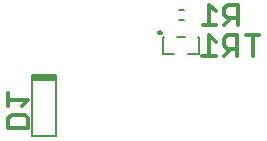
<source format=gbo>
G75*
%MOIN*%
%OFA0B0*%
%FSLAX25Y25*%
%IPPOS*%
%LPD*%
%AMOC8*
5,1,8,0,0,1.08239X$1,22.5*
%
%ADD10C,0.00787*%
%ADD11R,0.00787X0.00787*%
%ADD12C,0.01200*%
D10*
X0083068Y0103224D02*
X0090942Y0103224D01*
X0090942Y0122516D01*
X0090942Y0122325D02*
X0083068Y0122325D01*
X0083068Y0122516D02*
X0083068Y0103224D01*
X0083068Y0122122D02*
X0090942Y0122122D01*
X0090942Y0123697D01*
X0083068Y0123697D01*
X0083068Y0122122D01*
X0083068Y0123111D02*
X0090942Y0123111D01*
X0126768Y0130783D02*
X0130115Y0130783D01*
X0126768Y0130783D02*
X0126768Y0136295D01*
X0126965Y0136295D01*
X0124996Y0137870D02*
X0124998Y0137918D01*
X0125004Y0137966D01*
X0125014Y0138013D01*
X0125027Y0138059D01*
X0125045Y0138104D01*
X0125065Y0138148D01*
X0125090Y0138190D01*
X0125118Y0138229D01*
X0125148Y0138266D01*
X0125182Y0138300D01*
X0125219Y0138332D01*
X0125257Y0138361D01*
X0125298Y0138386D01*
X0125341Y0138408D01*
X0125386Y0138426D01*
X0125432Y0138440D01*
X0125479Y0138451D01*
X0125527Y0138458D01*
X0125575Y0138461D01*
X0125623Y0138460D01*
X0125671Y0138455D01*
X0125719Y0138446D01*
X0125765Y0138434D01*
X0125810Y0138417D01*
X0125854Y0138397D01*
X0125896Y0138374D01*
X0125936Y0138347D01*
X0125974Y0138317D01*
X0126009Y0138284D01*
X0126041Y0138248D01*
X0126071Y0138210D01*
X0126097Y0138169D01*
X0126119Y0138126D01*
X0126139Y0138082D01*
X0126154Y0138037D01*
X0126166Y0137990D01*
X0126174Y0137942D01*
X0126178Y0137894D01*
X0126178Y0137846D01*
X0126174Y0137798D01*
X0126166Y0137750D01*
X0126154Y0137703D01*
X0126139Y0137658D01*
X0126119Y0137614D01*
X0126097Y0137571D01*
X0126071Y0137530D01*
X0126041Y0137492D01*
X0126009Y0137456D01*
X0125974Y0137423D01*
X0125936Y0137393D01*
X0125896Y0137366D01*
X0125854Y0137343D01*
X0125810Y0137323D01*
X0125765Y0137306D01*
X0125719Y0137294D01*
X0125671Y0137285D01*
X0125623Y0137280D01*
X0125575Y0137279D01*
X0125527Y0137282D01*
X0125479Y0137289D01*
X0125432Y0137300D01*
X0125386Y0137314D01*
X0125341Y0137332D01*
X0125298Y0137354D01*
X0125257Y0137379D01*
X0125219Y0137408D01*
X0125182Y0137440D01*
X0125148Y0137474D01*
X0125118Y0137511D01*
X0125090Y0137550D01*
X0125065Y0137592D01*
X0125045Y0137636D01*
X0125027Y0137681D01*
X0125014Y0137727D01*
X0125004Y0137774D01*
X0124998Y0137822D01*
X0124996Y0137870D01*
X0131296Y0136295D02*
X0134052Y0136295D01*
X0138383Y0136295D02*
X0138579Y0136295D01*
X0138579Y0130783D01*
X0134839Y0130783D01*
X0133461Y0142201D02*
X0131886Y0142201D01*
X0131886Y0145350D02*
X0133461Y0145350D01*
D11*
X0125587Y0137870D03*
D12*
X0139825Y0140439D02*
X0144279Y0140439D01*
X0142052Y0140439D02*
X0142052Y0147118D01*
X0144279Y0144892D01*
X0147076Y0146005D02*
X0147076Y0143778D01*
X0148189Y0142665D01*
X0151529Y0142665D01*
X0151529Y0140439D02*
X0151529Y0147118D01*
X0148189Y0147118D01*
X0147076Y0146005D01*
X0149302Y0142665D02*
X0147076Y0140439D01*
X0148107Y0136882D02*
X0146994Y0135769D01*
X0146994Y0133542D01*
X0148107Y0132429D01*
X0151447Y0132429D01*
X0149220Y0132429D02*
X0146994Y0130202D01*
X0144197Y0130202D02*
X0139744Y0130202D01*
X0141970Y0130202D02*
X0141970Y0136882D01*
X0144197Y0134656D01*
X0148107Y0136882D02*
X0151447Y0136882D01*
X0151447Y0130202D01*
X0156471Y0130202D02*
X0156471Y0136882D01*
X0158697Y0136882D02*
X0154244Y0136882D01*
X0081686Y0115500D02*
X0075006Y0115500D01*
X0075006Y0117726D02*
X0075006Y0113273D01*
X0076119Y0110476D02*
X0080573Y0110476D01*
X0081686Y0109363D01*
X0081686Y0106023D01*
X0075006Y0106023D01*
X0075006Y0109363D01*
X0076119Y0110476D01*
X0079459Y0113273D02*
X0081686Y0115500D01*
M02*

</source>
